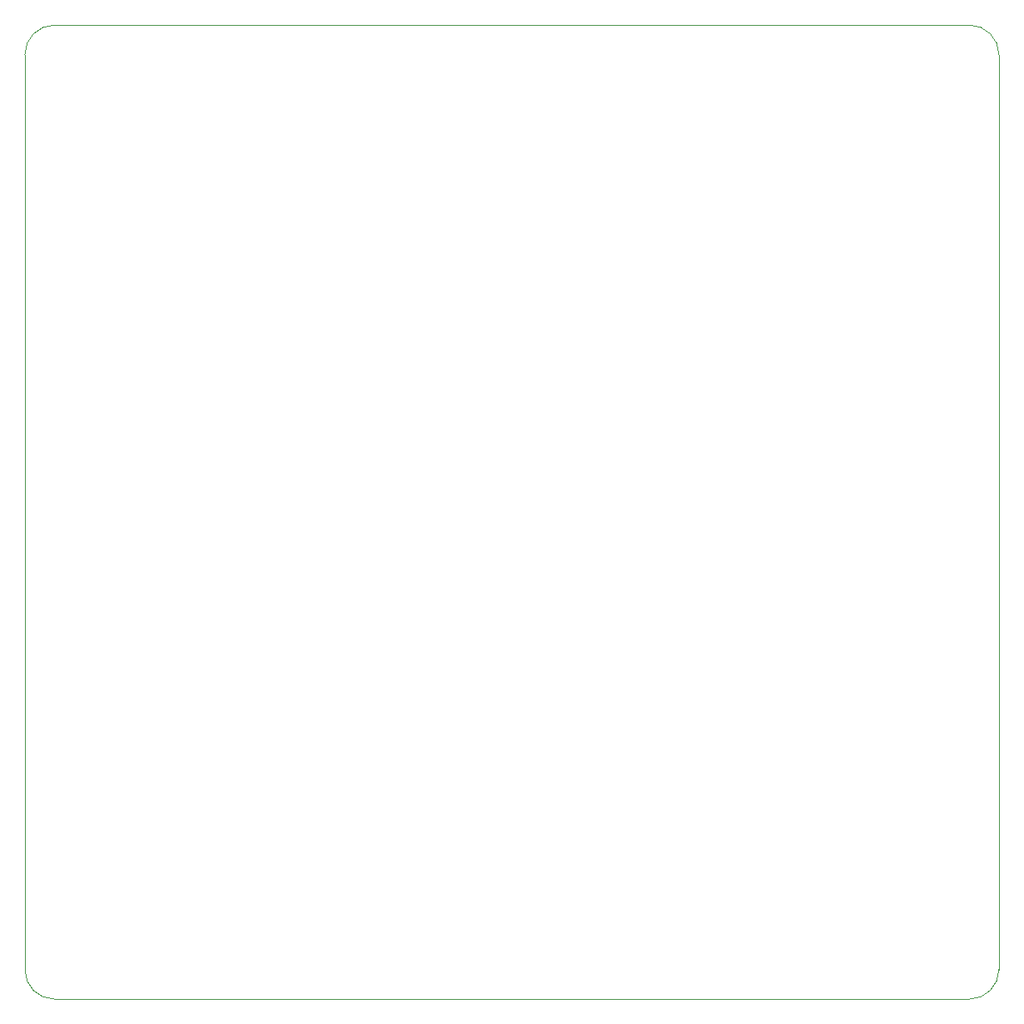
<source format=gbr>
%TF.GenerationSoftware,KiCad,Pcbnew,7.0.5*%
%TF.CreationDate,2024-03-06T22:34:12+09:00*%
%TF.ProjectId,blackMD_mother,626c6163-6b4d-4445-9f6d-6f746865722e,rev?*%
%TF.SameCoordinates,Original*%
%TF.FileFunction,Profile,NP*%
%FSLAX46Y46*%
G04 Gerber Fmt 4.6, Leading zero omitted, Abs format (unit mm)*
G04 Created by KiCad (PCBNEW 7.0.5) date 2024-03-06 22:34:12*
%MOMM*%
%LPD*%
G01*
G04 APERTURE LIST*
%TA.AperFunction,Profile*%
%ADD10C,0.100000*%
%TD*%
G04 APERTURE END LIST*
D10*
X191851300Y-57610000D02*
G75*
G03*
X188851323Y-54610000I-3000000J0D01*
G01*
X92791323Y-57610000D02*
X92791323Y-150670000D01*
X92791300Y-150670000D02*
G75*
G03*
X95791323Y-153670000I3000000J0D01*
G01*
X95791323Y-54610023D02*
G75*
G03*
X92791323Y-57610000I-23J-2999977D01*
G01*
X188851323Y-54610000D02*
X95791323Y-54610000D01*
X188851323Y-153670023D02*
G75*
G03*
X191851323Y-150670000I-23J3000023D01*
G01*
X95791323Y-153670000D02*
X188851323Y-153670000D01*
X191851323Y-150670000D02*
X191851323Y-57610000D01*
M02*

</source>
